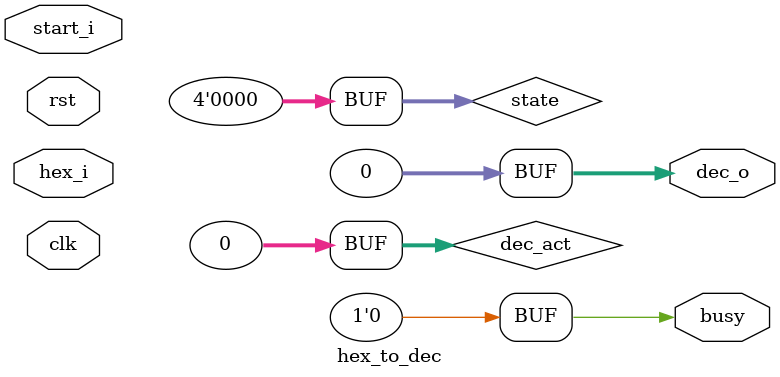
<source format=v>
`timescale 1ns / 1ps


module hex_to_dec(
    input clk,
    input rst,
    input start_i,
    input wire[24:0] hex_i,
    
    output wire busy,
    output reg[31:0] dec_o = 32'b0
);

localparam IDLE     = 4'd0;
localparam FIRST    = 4'd1;
localparam SECOND   = 4'd2;
localparam THIRD    = 4'd3;
localparam FOURTH   = 4'd4;
localparam FIFTH    = 4'd5;
localparam SECONDTH = 4'd7;
localparam SEVENTH  = 4'd8;
localparam EIGHTH    = 4'd9;

reg[3:0] state = IDLE;
reg[3:0] next_state;
reg[31:0] dec_act = 32'b0;
assign busy = (state > 0);

always @(*) begin
    next_state = IDLE;
    case (state)
        IDLE: next_state = FIRST;
        FIRST: next_state = SECOND;
        SECOND: next_state = THIRD;
        THIRD: next_state = FOURTH;
        FIFTH: next_state = FOURTH;
        FOURTH: next_state = FIFTH;
        FIFTH: next_state = SECONDTH;
        SECONDTH: next_state = SEVENTH;
        SEVENTH: next_state = EIGHTH;
        EIGHTH: next_state = IDLE;
    endcase
end

always @(posedge clk) begin
    
end

endmodule

</source>
